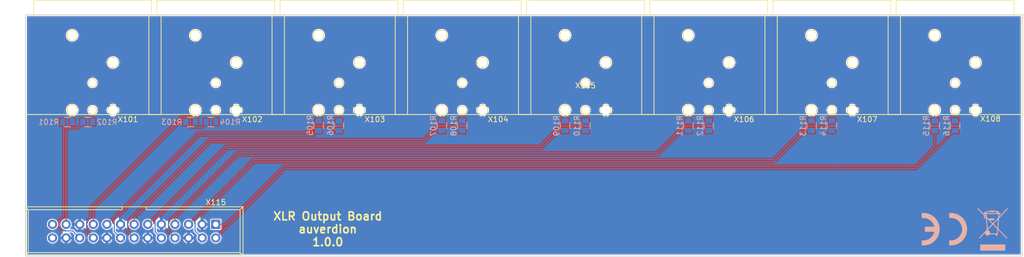
<source format=kicad_pcb>
(kicad_pcb (version 20171130) (host pcbnew "(5.1.0-0)")
  (layers (0 F.Cu signal) (31 B.Cu signal) (34 B.Paste user) (35 F.Paste user) (36 B.SilkS user) (37 F.SilkS user) (38 B.Mask user) (39 F.Mask user) (44 Edge.Cuts user))
  (net 0 "")
  (net 1 "Net-(R101-Pad2)")
  (net 2 "Net-(R102-Pad2)")
  (net 3 "Net-(R103-Pad2)")
  (net 4 "Net-(R104-Pad2)")
  (net 5 "Net-(R105-Pad2)")
  (net 6 "Net-(R106-Pad2)")
  (net 7 "Net-(R107-Pad2)")
  (net 8 "Net-(R108-Pad2)")
  (net 9 "Net-(R109-Pad2)")
  (net 10 "Net-(R110-Pad2)")
  (net 11 "Net-(R111-Pad2)")
  (net 12 "Net-(R112-Pad2)")
  (net 13 "Net-(R113-Pad2)")
  (net 14 "Net-(R114-Pad2)")
  (net 15 "Net-(R115-Pad2)")
  (net 16 "Net-(R116-Pad2)")
  (net 17 GND)
  (net 18 /AOUT1+)
  (net 19 /AOUT1-)
  (net 20 /AOUT2+)
  (net 21 /AOUT2-)
  (net 22 /AOUT3+)
  (net 23 /AOUT3-)
  (net 24 /AOUT4+)
  (net 25 /AOUT4-)
  (net 26 /AOUT5+)
  (net 27 /AOUT5-)
  (net 28 /AOUT6+)
  (net 29 /AOUT6-)
  (net 30 /AOUT7+)
  (net 31 /AOUT7-)
  (net 32 /AOUT8+)
  (net 33 /AOUT8-)
  (module Symbol:CE-Logo_8.5x6mm_SilkScreen (layer B.Cu) (at 179 -50 180)
    (fp_text reference REF** hide)
    (fp_text value CE-Logo_8.5x6mm_SilkScreen hide)
  )
  (module Symbol:WEEE-Logo_5.6x8mm_SilkScreen (layer B.Cu) (at 188 -50 180)
    (fp_text reference REF** hide)
    (fp_text value WEEE-Logo_5.6x8mm_SilkScreen hide)
  )
  (module rklib:NC3MAH (layer F.Cu) (at 20 -90)
    (fp_text reference X101 (at 6.6 19.5) (layer F.SilkS))
    (fp_text value XLR3)
    (pad 4 thru_hole circle (at 0 12.7) (size 1.6 1.6) (drill 1.2) (layers *.Cu *.Mask F.SilkS))
    (pad 5 thru_hole circle (at -3.81 3.81) (size 2 2) (drill 1.6) (layers *.Cu *.Mask F.SilkS))
    (pad 4 thru_hole circle (at 3.81 8.89) (size 2 2) (drill 1.6) (layers *.Cu *.Mask F.SilkS))
    (pad 3 thru_hole circle (at 0 17.78) (size 1.6 1.6) (drill 1.2) (layers *.Cu *.Mask F.SilkS) (net 2 "Net-(R102-Pad2)"))
    (pad 1 thru_hole circle (at 3.81 17.78) (size 2 2) (drill 1.6) (layers *.Cu *.Mask F.SilkS) (net 17 GND))
    (pad 2 thru_hole circle (at -3.81 17.78) (size 2 2) (drill 1.6) (layers *.Cu *.Mask F.SilkS) (net 1 "Net-(R101-Pad2)"))
  )
  (module rklib:NC3MAH (layer F.Cu) (at 43 -90)
    (fp_text reference X102 (at 6.8 19.5) (layer F.SilkS))
    (fp_text value XLR3)
    (pad 4 thru_hole circle (at 0 12.7) (size 1.6 1.6) (drill 1.2) (layers *.Cu *.Mask F.SilkS))
    (pad 5 thru_hole circle (at -3.81 3.81) (size 2 2) (drill 1.6) (layers *.Cu *.Mask F.SilkS))
    (pad 4 thru_hole circle (at 3.81 8.89) (size 2 2) (drill 1.6) (layers *.Cu *.Mask F.SilkS))
    (pad 3 thru_hole circle (at 0 17.78) (size 1.6 1.6) (drill 1.2) (layers *.Cu *.Mask F.SilkS) (net 4 "Net-(R104-Pad2)"))
    (pad 1 thru_hole circle (at 3.81 17.78) (size 2 2) (drill 1.6) (layers *.Cu *.Mask F.SilkS) (net 17 GND))
    (pad 2 thru_hole circle (at -3.81 17.78) (size 2 2) (drill 1.6) (layers *.Cu *.Mask F.SilkS) (net 3 "Net-(R103-Pad2)"))
  )
  (module rklib:NC3MAH (layer F.Cu) (at 66 -90)
    (fp_text reference X103 (at 6.7 19.5) (layer F.SilkS))
    (fp_text value XLR3)
    (pad 4 thru_hole circle (at 0 12.7) (size 1.6 1.6) (drill 1.2) (layers *.Cu *.Mask F.SilkS))
    (pad 5 thru_hole circle (at -3.81 3.81) (size 2 2) (drill 1.6) (layers *.Cu *.Mask F.SilkS))
    (pad 4 thru_hole circle (at 3.81 8.89) (size 2 2) (drill 1.6) (layers *.Cu *.Mask F.SilkS))
    (pad 3 thru_hole circle (at 0 17.78) (size 1.6 1.6) (drill 1.2) (layers *.Cu *.Mask F.SilkS) (net 6 "Net-(R106-Pad2)"))
    (pad 1 thru_hole circle (at 3.81 17.78) (size 2 2) (drill 1.6) (layers *.Cu *.Mask F.SilkS) (net 17 GND))
    (pad 2 thru_hole circle (at -3.81 17.78) (size 2 2) (drill 1.6) (layers *.Cu *.Mask F.SilkS) (net 5 "Net-(R105-Pad2)"))
  )
  (module rklib:NC3MAH (layer F.Cu) (at 89 -90)
    (fp_text reference X104 (at 6.7 19.5) (layer F.SilkS))
    (fp_text value XLR3)
    (pad 4 thru_hole circle (at 0 12.7) (size 1.6 1.6) (drill 1.2) (layers *.Cu *.Mask F.SilkS))
    (pad 5 thru_hole circle (at -3.81 3.81) (size 2 2) (drill 1.6) (layers *.Cu *.Mask F.SilkS))
    (pad 4 thru_hole circle (at 3.81 8.89) (size 2 2) (drill 1.6) (layers *.Cu *.Mask F.SilkS))
    (pad 3 thru_hole circle (at 0 17.78) (size 1.6 1.6) (drill 1.2) (layers *.Cu *.Mask F.SilkS) (net 8 "Net-(R108-Pad2)"))
    (pad 1 thru_hole circle (at 3.81 17.78) (size 2 2) (drill 1.6) (layers *.Cu *.Mask F.SilkS) (net 17 GND))
    (pad 2 thru_hole circle (at -3.81 17.78) (size 2 2) (drill 1.6) (layers *.Cu *.Mask F.SilkS) (net 7 "Net-(R107-Pad2)"))
  )
  (module rklib:NC3MAH (layer F.Cu) (at 112 -90)
    (fp_text reference X105 (at 0 13.2) (layer F.SilkS))
    (fp_text value XLR3)
    (pad 4 thru_hole circle (at 0 12.7) (size 1.6 1.6) (drill 1.2) (layers *.Cu *.Mask F.SilkS))
    (pad 5 thru_hole circle (at -3.81 3.81) (size 2 2) (drill 1.6) (layers *.Cu *.Mask F.SilkS))
    (pad 4 thru_hole circle (at 3.81 8.89) (size 2 2) (drill 1.6) (layers *.Cu *.Mask F.SilkS))
    (pad 3 thru_hole circle (at 0 17.78) (size 1.6 1.6) (drill 1.2) (layers *.Cu *.Mask F.SilkS) (net 10 "Net-(R110-Pad2)"))
    (pad 1 thru_hole circle (at 3.81 17.78) (size 2 2) (drill 1.6) (layers *.Cu *.Mask F.SilkS) (net 17 GND))
    (pad 2 thru_hole circle (at -3.81 17.78) (size 2 2) (drill 1.6) (layers *.Cu *.Mask F.SilkS) (net 9 "Net-(R109-Pad2)"))
  )
  (module rklib:NC3MAH (layer F.Cu) (at 135 -90)
    (fp_text reference X106 (at 6.6 19.5) (layer F.SilkS))
    (fp_text value XLR3)
    (pad 4 thru_hole circle (at 0 12.7) (size 1.6 1.6) (drill 1.2) (layers *.Cu *.Mask F.SilkS))
    (pad 5 thru_hole circle (at -3.81 3.81) (size 2 2) (drill 1.6) (layers *.Cu *.Mask F.SilkS))
    (pad 4 thru_hole circle (at 3.81 8.89) (size 2 2) (drill 1.6) (layers *.Cu *.Mask F.SilkS))
    (pad 3 thru_hole circle (at 0 17.78) (size 1.6 1.6) (drill 1.2) (layers *.Cu *.Mask F.SilkS) (net 12 "Net-(R112-Pad2)"))
    (pad 1 thru_hole circle (at 3.81 17.78) (size 2 2) (drill 1.6) (layers *.Cu *.Mask F.SilkS) (net 17 GND))
    (pad 2 thru_hole circle (at -3.81 17.78) (size 2 2) (drill 1.6) (layers *.Cu *.Mask F.SilkS) (net 11 "Net-(R111-Pad2)"))
  )
  (module rklib:NC3MAH (layer F.Cu) (at 158 -90)
    (fp_text reference X107 (at 6.6 19.5) (layer F.SilkS))
    (fp_text value XLR3)
    (pad 4 thru_hole circle (at 0 12.7) (size 1.6 1.6) (drill 1.2) (layers *.Cu *.Mask F.SilkS))
    (pad 5 thru_hole circle (at -3.81 3.81) (size 2 2) (drill 1.6) (layers *.Cu *.Mask F.SilkS))
    (pad 4 thru_hole circle (at 3.81 8.89) (size 2 2) (drill 1.6) (layers *.Cu *.Mask F.SilkS))
    (pad 3 thru_hole circle (at 0 17.78) (size 1.6 1.6) (drill 1.2) (layers *.Cu *.Mask F.SilkS) (net 14 "Net-(R114-Pad2)"))
    (pad 1 thru_hole circle (at 3.81 17.78) (size 2 2) (drill 1.6) (layers *.Cu *.Mask F.SilkS) (net 17 GND))
    (pad 2 thru_hole circle (at -3.81 17.78) (size 2 2) (drill 1.6) (layers *.Cu *.Mask F.SilkS) (net 13 "Net-(R113-Pad2)"))
  )
  (module rklib:NC3MAH (layer F.Cu) (at 181 -90)
    (fp_text reference X108 (at 6.6 19.4) (layer F.SilkS))
    (fp_text value XLR3)
    (pad 4 thru_hole circle (at 0 12.7) (size 1.6 1.6) (drill 1.2) (layers *.Cu *.Mask F.SilkS))
    (pad 5 thru_hole circle (at -3.81 3.81) (size 2 2) (drill 1.6) (layers *.Cu *.Mask F.SilkS))
    (pad 4 thru_hole circle (at 3.81 8.89) (size 2 2) (drill 1.6) (layers *.Cu *.Mask F.SilkS))
    (pad 3 thru_hole circle (at 0 17.78) (size 1.6 1.6) (drill 1.2) (layers *.Cu *.Mask F.SilkS) (net 16 "Net-(R116-Pad2)"))
    (pad 1 thru_hole circle (at 3.81 17.78) (size 2 2) (drill 1.6) (layers *.Cu *.Mask F.SilkS) (net 17 GND))
    (pad 2 thru_hole circle (at -3.81 17.78) (size 2 2) (drill 1.6) (layers *.Cu *.Mask F.SilkS) (net 15 "Net-(R115-Pad2)"))
  )
  (module rklib:C0805-RES (layer B.Cu) (at 15.3 -70)
    (fp_text reference R101 (at -3.5 0) (layer B.SilkS) (effects (justify mirror)))
    (fp_text value RES_68R0_1%_0.125W_Thin_0805)
    (pad 1 smd rect (at -0.9 0) (size 1 1.3) (layers B.Cu B.Paste B.Mask) (net 18 /AOUT1+))
    (pad 2 smd rect (at 0.9 0) (size 1 1.3) (layers B.Cu B.Paste B.Mask) (net 1 "Net-(R101-Pad2)"))
  )
  (module rklib:C0805-RES (layer B.Cu) (at 19.1 -70)
    (fp_text reference R102 (at 3.6 0) (layer B.SilkS) (effects (justify mirror)))
    (fp_text value RES_68R0_1%_0.125W_Thin_0805)
    (pad 2 smd rect (at 0.9 0) (size 1 1.3) (layers B.Cu B.Paste B.Mask) (net 2 "Net-(R102-Pad2)"))
    (pad 1 smd rect (at -0.9 0) (size 1 1.3) (layers B.Cu B.Paste B.Mask) (net 19 /AOUT1-))
  )
  (module rklib:C0805-RES (layer B.Cu) (at 38.3 -70)
    (fp_text reference R103 (at -3.5 0) (layer B.SilkS) (effects (justify mirror)))
    (fp_text value RES_68R0_1%_0.125W_Thin_0805)
    (pad 1 smd rect (at -0.9 0) (size 1 1.3) (layers B.Cu B.Paste B.Mask) (net 20 /AOUT2+))
    (pad 2 smd rect (at 0.9 0) (size 1 1.3) (layers B.Cu B.Paste B.Mask) (net 3 "Net-(R103-Pad2)"))
  )
  (module rklib:C0805-RES (layer B.Cu) (at 42.1 -70)
    (fp_text reference R104 (at 3.6 0) (layer B.SilkS) (effects (justify mirror)))
    (fp_text value RES_68R0_1%_0.125W_Thin_0805)
    (pad 2 smd rect (at 0.9 0) (size 1 1.3) (layers B.Cu B.Paste B.Mask) (net 4 "Net-(R104-Pad2)"))
    (pad 1 smd rect (at -0.9 0) (size 1 1.3) (layers B.Cu B.Paste B.Mask) (net 21 /AOUT2-))
  )
  (module rklib:C0805-RES (layer B.Cu) (at 62.2 -69.3 90)
    (fp_text reference R105 (at 0.1 -1.6 90) (layer B.SilkS) (effects (justify mirror)))
    (fp_text value RES_68R0_1%_0.125W_Thin_0805)
    (pad 1 smd rect (at -0.9 0 90) (size 1 1.3) (layers B.Cu B.Paste B.Mask) (net 22 /AOUT3+))
    (pad 2 smd rect (at 0.9 0 90) (size 1 1.3) (layers B.Cu B.Paste B.Mask) (net 5 "Net-(R105-Pad2)"))
  )
  (module rklib:C0805-RES (layer B.Cu) (at 66 -69.3 90)
    (fp_text reference R106 (at 0.1 -1.6 90) (layer B.SilkS) (effects (justify mirror)))
    (fp_text value RES_68R0_1%_0.125W_Thin_0805)
    (pad 2 smd rect (at 0.9 0 90) (size 1 1.3) (layers B.Cu B.Paste B.Mask) (net 6 "Net-(R106-Pad2)"))
    (pad 1 smd rect (at -0.9 0 90) (size 1 1.3) (layers B.Cu B.Paste B.Mask) (net 23 /AOUT3-))
  )
  (module rklib:C0805-RES (layer B.Cu) (at 85.2 -69.3 90)
    (fp_text reference R107 (at 0 -1.6 90) (layer B.SilkS) (effects (justify mirror)))
    (fp_text value RES_68R0_1%_0.125W_Thin_0805)
    (pad 1 smd rect (at -0.9 0 90) (size 1 1.3) (layers B.Cu B.Paste B.Mask) (net 24 /AOUT4+))
    (pad 2 smd rect (at 0.9 0 90) (size 1 1.3) (layers B.Cu B.Paste B.Mask) (net 7 "Net-(R107-Pad2)"))
  )
  (module rklib:C0805-RES (layer B.Cu) (at 89 -69.3 90)
    (fp_text reference R108 (at 0 -1.6 90) (layer B.SilkS) (effects (justify mirror)))
    (fp_text value RES_68R0_1%_0.125W_Thin_0805)
    (pad 2 smd rect (at 0.9 0 90) (size 1 1.3) (layers B.Cu B.Paste B.Mask) (net 8 "Net-(R108-Pad2)"))
    (pad 1 smd rect (at -0.9 0 90) (size 1 1.3) (layers B.Cu B.Paste B.Mask) (net 25 /AOUT4-))
  )
  (module rklib:C0805-RES (layer B.Cu) (at 108.2 -69.3 90)
    (fp_text reference R109 (at 0 -1.6 90) (layer B.SilkS) (effects (justify mirror)))
    (fp_text value RES_68R0_1%_0.125W_Thin_0805)
    (pad 1 smd rect (at -0.9 0 90) (size 1 1.3) (layers B.Cu B.Paste B.Mask) (net 26 /AOUT5+))
    (pad 2 smd rect (at 0.9 0 90) (size 1 1.3) (layers B.Cu B.Paste B.Mask) (net 9 "Net-(R109-Pad2)"))
  )
  (module rklib:C0805-RES (layer B.Cu) (at 112 -69.3 90)
    (fp_text reference R110 (at 0 -1.6 90) (layer B.SilkS) (effects (justify mirror)))
    (fp_text value RES_68R0_1%_0.125W_Thin_0805)
    (pad 2 smd rect (at 0.9 0 90) (size 1 1.3) (layers B.Cu B.Paste B.Mask) (net 10 "Net-(R110-Pad2)"))
    (pad 1 smd rect (at -0.9 0 90) (size 1 1.3) (layers B.Cu B.Paste B.Mask) (net 27 /AOUT5-))
  )
  (module rklib:C0805-RES (layer B.Cu) (at 131.2 -69.3 90)
    (fp_text reference R111 (at 0 -1.6 90) (layer B.SilkS) (effects (justify mirror)))
    (fp_text value RES_68R0_1%_0.125W_Thin_0805)
    (pad 1 smd rect (at -0.9 0 90) (size 1 1.3) (layers B.Cu B.Paste B.Mask) (net 28 /AOUT6+))
    (pad 2 smd rect (at 0.9 0 90) (size 1 1.3) (layers B.Cu B.Paste B.Mask) (net 11 "Net-(R111-Pad2)"))
  )
  (module rklib:C0805-RES (layer B.Cu) (at 135 -69.3 90)
    (fp_text reference R112 (at 0 -1.6 90) (layer B.SilkS) (effects (justify mirror)))
    (fp_text value RES_68R0_1%_0.125W_Thin_0805)
    (pad 2 smd rect (at 0.9 0 90) (size 1 1.3) (layers B.Cu B.Paste B.Mask) (net 12 "Net-(R112-Pad2)"))
    (pad 1 smd rect (at -0.9 0 90) (size 1 1.3) (layers B.Cu B.Paste B.Mask) (net 29 /AOUT6-))
  )
  (module rklib:C0805-RES (layer B.Cu) (at 154.2 -69.3 90)
    (fp_text reference R113 (at 0 -1.6 90) (layer B.SilkS) (effects (justify mirror)))
    (fp_text value RES_68R0_1%_0.125W_Thin_0805)
    (pad 1 smd rect (at -0.9 0 90) (size 1 1.3) (layers B.Cu B.Paste B.Mask) (net 30 /AOUT7+))
    (pad 2 smd rect (at 0.9 0 90) (size 1 1.3) (layers B.Cu B.Paste B.Mask) (net 13 "Net-(R113-Pad2)"))
  )
  (module rklib:C0805-RES (layer B.Cu) (at 158 -69.3 90)
    (fp_text reference R114 (at 0 -1.6 90) (layer B.SilkS) (effects (justify mirror)))
    (fp_text value RES_68R0_1%_0.125W_Thin_0805)
    (pad 2 smd rect (at 0.9 0 90) (size 1 1.3) (layers B.Cu B.Paste B.Mask) (net 14 "Net-(R114-Pad2)"))
    (pad 1 smd rect (at -0.9 0 90) (size 1 1.3) (layers B.Cu B.Paste B.Mask) (net 31 /AOUT7-))
  )
  (module rklib:C0805-RES (layer B.Cu) (at 177.2 -69.3 90)
    (fp_text reference R115 (at 0 -1.6 90) (layer B.SilkS) (effects (justify mirror)))
    (fp_text value RES_68R0_1%_0.125W_Thin_0805)
    (pad 1 smd rect (at -0.9 0 90) (size 1 1.3) (layers B.Cu B.Paste B.Mask) (net 32 /AOUT8+))
    (pad 2 smd rect (at 0.9 0 90) (size 1 1.3) (layers B.Cu B.Paste B.Mask) (net 15 "Net-(R115-Pad2)"))
  )
  (module rklib:C0805-RES (layer B.Cu) (at 181 -69.3 90)
    (fp_text reference R116 (at 0 -1.6 90) (layer B.SilkS) (effects (justify mirror)))
    (fp_text value RES_68R0_1%_0.125W_Thin_0805)
    (pad 2 smd rect (at 0.9 0 90) (size 1 1.3) (layers B.Cu B.Paste B.Mask) (net 16 "Net-(R116-Pad2)"))
    (pad 1 smd rect (at -0.9 0 90) (size 1 1.3) (layers B.Cu B.Paste B.Mask) (net 33 /AOUT8-))
  )
  (module rklib:IDC26 (layer F.Cu) (at 43 -50.9 180)
    (fp_text reference X115 (at 0 4.1 180) (layer F.SilkS))
    (fp_text value CON_IDC26)
    (pad 1 thru_hole rect (at 0 0 180) (size 1.7272 1.7272) (drill 1.016) (layers *.Cu *.Mask) (net 32 /AOUT8+))
    (pad 2 thru_hole oval (at 0 -2.54 180) (size 1.7272 1.7272) (drill 1.016) (layers *.Cu *.Mask) (net 33 /AOUT8-))
    (pad 3 thru_hole oval (at 2.54 0 180) (size 1.7272 1.7272) (drill 1.016) (layers *.Cu *.Mask) (net 17 GND))
    (pad 4 thru_hole oval (at 2.54 -2.54 180) (size 1.7272 1.7272) (drill 1.016) (layers *.Cu *.Mask) (net 30 /AOUT7+))
    (pad 5 thru_hole oval (at 5.08 0 180) (size 1.7272 1.7272) (drill 1.016) (layers *.Cu *.Mask) (net 31 /AOUT7-))
    (pad 6 thru_hole oval (at 5.08 -2.54 180) (size 1.7272 1.7272) (drill 1.016) (layers *.Cu *.Mask) (net 17 GND))
    (pad 7 thru_hole oval (at 7.62 0 180) (size 1.7272 1.7272) (drill 1.016) (layers *.Cu *.Mask) (net 28 /AOUT6+))
    (pad 8 thru_hole oval (at 7.62 -2.54 180) (size 1.7272 1.7272) (drill 1.016) (layers *.Cu *.Mask) (net 29 /AOUT6-))
    (pad 9 thru_hole oval (at 10.16 0 180) (size 1.7272 1.7272) (drill 1.016) (layers *.Cu *.Mask) (net 17 GND))
    (pad 10 thru_hole oval (at 10.16 -2.54 180) (size 1.7272 1.7272) (drill 1.016) (layers *.Cu *.Mask) (net 26 /AOUT5+))
    (pad 11 thru_hole oval (at 12.7 0 180) (size 1.7272 1.7272) (drill 1.016) (layers *.Cu *.Mask) (net 27 /AOUT5-))
    (pad 12 thru_hole oval (at 12.7 -2.54 180) (size 1.7272 1.7272) (drill 1.016) (layers *.Cu *.Mask) (net 17 GND))
    (pad 13 thru_hole oval (at 15.24 0 180) (size 1.7272 1.7272) (drill 1.016) (layers *.Cu *.Mask) (net 24 /AOUT4+))
    (pad 14 thru_hole oval (at 15.24 -2.54 180) (size 1.7272 1.7272) (drill 1.016) (layers *.Cu *.Mask) (net 25 /AOUT4-))
    (pad 15 thru_hole oval (at 17.78 0 180) (size 1.7272 1.7272) (drill 1.016) (layers *.Cu *.Mask) (net 17 GND))
    (pad 16 thru_hole oval (at 17.78 -2.54 180) (size 1.7272 1.7272) (drill 1.016) (layers *.Cu *.Mask) (net 22 /AOUT3+))
    (pad 17 thru_hole oval (at 20.32 0 180) (size 1.7272 1.7272) (drill 1.016) (layers *.Cu *.Mask) (net 23 /AOUT3-))
    (pad 18 thru_hole oval (at 20.32 -2.54 180) (size 1.7272 1.7272) (drill 1.016) (layers *.Cu *.Mask) (net 17 GND))
    (pad 19 thru_hole oval (at 22.86 0 180) (size 1.7272 1.7272) (drill 1.016) (layers *.Cu *.Mask) (net 20 /AOUT2+))
    (pad 20 thru_hole oval (at 22.86 -2.54 180) (size 1.7272 1.7272) (drill 1.016) (layers *.Cu *.Mask) (net 21 /AOUT2-))
    (pad 21 thru_hole oval (at 25.4 0 180) (size 1.7272 1.7272) (drill 1.016) (layers *.Cu *.Mask) (net 17 GND))
    (pad 22 thru_hole oval (at 25.4 -2.54 180) (size 1.7272 1.7272) (drill 1.016) (layers *.Cu *.Mask) (net 18 /AOUT1+))
    (pad 23 thru_hole oval (at 27.94 0 180) (size 1.7272 1.7272) (drill 1.016) (layers *.Cu *.Mask) (net 19 /AOUT1-))
    (pad 24 thru_hole oval (at 27.94 -2.54 180) (size 1.7272 1.7272) (drill 1.016) (layers *.Cu *.Mask) (net 17 GND))
    (pad 25 thru_hole oval (at 30.48 0 180) (size 1.7272 1.7272) (drill 1.016) (layers *.Cu *.Mask))
    (pad 26 thru_hole oval (at 30.48 -2.54 180) (size 1.7272 1.7272) (drill 1.016) (layers *.Cu *.Mask))
  )
  (gr_text "XLR Output Board\nauverdion\n1.0.0" (at 63.9 -50) (layer F.SilkS) (effects (font (size 1.5 1.5) (thickness 0.3))))
  (gr_line (start 7.5 -45) (end 7.5 -90) (layer Edge.Cuts) (width 0.15))
  (gr_line (start 193.5 -45) (end 7.5 -45) (layer Edge.Cuts) (width 0.15))
  (gr_line (start 193.5 -90) (end 193.5 -45) (layer Edge.Cuts) (width 0.15))
  (gr_line (start 7.5 -90) (end 193.5 -90) (layer Edge.Cuts) (width 0.15))
  (segment (start 16.19 -70.86) (end 16.19 -72.22) (width 0.2) (layer B.Cu) (net 1))
  (segment (start 16.2 -70.85) (end 16.19 -70.86) (width 0.2) (layer B.Cu) (net 1))
  (segment (start 16.2 -70) (end 16.2 -70.85) (width 0.2) (layer B.Cu) (net 1))
  (segment (start 20 -70) (end 20 -72.22) (width 0.2) (layer B.Cu) (net 2))
  (segment (start 39.2 -72.21) (end 39.19 -72.22) (width 0.2) (layer B.Cu) (net 3))
  (segment (start 39.2 -70) (end 39.2 -72.21) (width 0.2) (layer B.Cu) (net 3))
  (segment (start 43 -70) (end 43 -72.22) (width 0.2) (layer B.Cu) (net 4))
  (segment (start 62.2 -72.21) (end 62.19 -72.22) (width 0.2) (layer B.Cu) (net 5))
  (segment (start 62.2 -70) (end 62.2 -72.21) (width 0.2) (layer B.Cu) (net 5))
  (segment (start 66 -70.85) (end 66 -72.22) (width 0.2) (layer B.Cu) (net 6))
  (segment (start 66 -70) (end 66 -70.85) (width 0.2) (layer B.Cu) (net 6))
  (segment (start 85.2 -72.21) (end 85.19 -72.22) (width 0.2) (layer B.Cu) (net 7))
  (segment (start 85.2 -70) (end 85.2 -72.21) (width 0.2) (layer B.Cu) (net 7))
  (segment (start 89 -70) (end 89 -72.22) (width 0.2) (layer B.Cu) (net 8))
  (segment (start 108.2 -72.21) (end 108.19 -72.22) (width 0.2) (layer B.Cu) (net 9))
  (segment (start 108.2 -70) (end 108.2 -72.21) (width 0.2) (layer B.Cu) (net 9))
  (segment (start 112 -70) (end 112 -72.22) (width 0.2) (layer B.Cu) (net 10))
  (segment (start 131.19 -70.86) (end 131.19 -72.22) (width 0.2) (layer B.Cu) (net 11))
  (segment (start 131.2 -70.85) (end 131.19 -70.86) (width 0.2) (layer B.Cu) (net 11))
  (segment (start 131.2 -70) (end 131.2 -70.85) (width 0.2) (layer B.Cu) (net 11))
  (segment (start 135 -70) (end 135 -72.22) (width 0.2) (layer B.Cu) (net 12))
  (segment (start 154.19 -70.86) (end 154.19 -72.22) (width 0.2) (layer B.Cu) (net 13))
  (segment (start 154.2 -70.85) (end 154.19 -70.86) (width 0.2) (layer B.Cu) (net 13))
  (segment (start 154.2 -70) (end 154.2 -70.85) (width 0.2) (layer B.Cu) (net 13))
  (segment (start 158 -70.15) (end 158 -72.22) (width 0.2) (layer B.Cu) (net 14))
  (segment (start 158 -70) (end 158 -70.15) (width 0.2) (layer B.Cu) (net 14))
  (segment (start 177.2 -72.21) (end 177.19 -72.22) (width 0.2) (layer B.Cu) (net 15))
  (segment (start 177.2 -70) (end 177.2 -72.21) (width 0.2) (layer B.Cu) (net 15))
  (segment (start 181 -70) (end 181 -72.22) (width 0.2) (layer B.Cu) (net 16))
  (segment (start 69.81 -70.519998) (end 66.43997 -67.149968) (width 0.2) (layer B.Cu) (net 17))
  (segment (start 69.81 -72.22) (end 69.81 -70.519998) (width 0.2) (layer B.Cu) (net 17))
  (segment (start 92.81 -70.519998) (end 88.18994 -65.899938) (width 0.2) (layer B.Cu) (net 17))
  (segment (start 92.81 -72.22) (end 92.81 -70.519998) (width 0.2) (layer B.Cu) (net 17))
  (segment (start 115.81 -70.805787) (end 115.81 -72.22) (width 0.2) (layer B.Cu) (net 17))
  (segment (start 115.81 -70.519998) (end 115.81 -70.805787) (width 0.2) (layer B.Cu) (net 17))
  (segment (start 109.93991 -64.649908) (end 115.81 -70.519998) (width 0.2) (layer B.Cu) (net 17))
  (segment (start 161.81 -70.805787) (end 161.81 -72.22) (width 0.2) (layer B.Cu) (net 17))
  (segment (start 161.81 -70.519998) (end 161.81 -70.805787) (width 0.2) (layer B.Cu) (net 17))
  (segment (start 153.43985 -62.149848) (end 161.81 -70.519998) (width 0.2) (layer B.Cu) (net 17))
  (segment (start 14.6 -69.8) (end 14.4 -70) (width 0.2) (layer B.Cu) (net 18))
  (segment (start 14.477471 -49.686399) (end 13.8 -50.36387) (width 0.2) (layer B.Cu) (net 18))
  (segment (start 13.8 -51.6) (end 14.6 -52.4) (width 0.2) (layer B.Cu) (net 18))
  (segment (start 13.8 -50.36387) (end 13.8 -51.6) (width 0.2) (layer B.Cu) (net 18))
  (segment (start 14.6 -52.4) (end 14.6 -69.8) (width 0.2) (layer B.Cu) (net 18))
  (segment (start 16.273601 -49.686399) (end 14.477471 -49.686399) (width 0.2) (layer B.Cu) (net 18))
  (segment (start 17.6 -48.36) (end 16.273601 -49.686399) (width 0.2) (layer B.Cu) (net 18))
  (segment (start 17.25 -68.9) (end 18.2 -69.85) (width 0.2) (layer B.Cu) (net 19))
  (segment (start 15.7 -68.9) (end 17.25 -68.9) (width 0.2) (layer B.Cu) (net 19))
  (segment (start 15.06 -68.26) (end 15.7 -68.9) (width 0.2) (layer B.Cu) (net 19))
  (segment (start 18.2 -69.85) (end 18.2 -70) (width 0.2) (layer B.Cu) (net 19))
  (segment (start 15.06 -60.3) (end 15.06 -68.26) (width 0.2) (layer B.Cu) (net 19))
  (segment (start 15.06 -60.2) (end 15.06 -60.3) (width 0.2) (layer B.Cu) (net 19))
  (segment (start 15.06 -53.7) (end 15.06 -60.3) (width 0.2) (layer B.Cu) (net 19))
  (segment (start 15.06 -50.9) (end 15.06 -53.7) (width 0.2) (layer B.Cu) (net 19))
  (segment (start 20.14 -50.9) (end 20.14 -53.883592) (width 0.2) (layer B.Cu) (net 20))
  (segment (start 36.256408 -70) (end 37.4 -70) (width 0.2) (layer B.Cu) (net 20))
  (segment (start 20.14 -53.883592) (end 36.256408 -70) (width 0.2) (layer B.Cu) (net 20))
  (segment (start 38.459999 -69.049999) (end 40.399999 -69.049999) (width 0.2) (layer B.Cu) (net 21))
  (segment (start 19.6 -52.15613) (end 19.6 -53.980002) (width 0.2) (layer B.Cu) (net 21))
  (segment (start 38.250001 -69.259997) (end 38.459999 -69.049999) (width 0.2) (layer B.Cu) (net 21))
  (segment (start 20.14 -48.36) (end 18.9 -49.6) (width 0.2) (layer B.Cu) (net 21))
  (segment (start 38.250001 -70.930001) (end 38.250001 -69.259997) (width 0.2) (layer B.Cu) (net 21))
  (segment (start 38.180001 -71.000001) (end 38.250001 -70.930001) (width 0.2) (layer B.Cu) (net 21))
  (segment (start 36.619999 -71.000001) (end 38.180001 -71.000001) (width 0.2) (layer B.Cu) (net 21))
  (segment (start 41.2 -69.85) (end 41.2 -70) (width 0.2) (layer B.Cu) (net 21))
  (segment (start 40.399999 -69.049999) (end 41.2 -69.85) (width 0.2) (layer B.Cu) (net 21))
  (segment (start 19.6 -53.980002) (end 36.619999 -71.000001) (width 0.2) (layer B.Cu) (net 21))
  (segment (start 18.9 -51.45613) (end 19.6 -52.15613) (width 0.2) (layer B.Cu) (net 21))
  (segment (start 18.9 -49.6) (end 18.9 -51.45613) (width 0.2) (layer B.Cu) (net 21))
  (segment (start 24.056399 -51.639989) (end 39.966388 -67.549978) (width 0.2) (layer B.Cu) (net 22))
  (segment (start 61.249978 -67.549978) (end 62.1 -68.4) (width 0.2) (layer B.Cu) (net 22))
  (segment (start 62.1 -68.4) (end 62.2 -68.4) (width 0.2) (layer B.Cu) (net 22))
  (segment (start 39.966388 -67.549978) (end 61.249978 -67.549978) (width 0.2) (layer B.Cu) (net 22))
  (segment (start 24.056399 -49.523601) (end 24.056399 -51.639989) (width 0.2) (layer B.Cu) (net 22))
  (segment (start 25.22 -48.36) (end 24.056399 -49.523601) (width 0.2) (layer B.Cu) (net 22))
  (segment (start 65.15 -68.4) (end 66 -68.4) (width 0.2) (layer B.Cu) (net 23))
  (segment (start 64.299999 -69.250001) (end 65.15 -68.4) (width 0.2) (layer B.Cu) (net 23))
  (segment (start 61.1 -69.250001) (end 64.299999 -69.250001) (width 0.2) (layer B.Cu) (net 23))
  (segment (start 59.849987 -67.999988) (end 61.1 -69.250001) (width 0.2) (layer B.Cu) (net 23))
  (segment (start 22.68 -50.9) (end 39.779988 -67.999988) (width 0.2) (layer B.Cu) (net 23))
  (segment (start 41.2 -67.999988) (end 59.849987 -67.999988) (width 0.2) (layer B.Cu) (net 23))
  (segment (start 39.779988 -67.999988) (end 41.2 -67.999988) (width 0.2) (layer B.Cu) (net 23))
  (segment (start 85.2 -68.4) (end 85.05 -68.4) (width 0.2) (layer B.Cu) (net 24))
  (segment (start 84.056408 -68.4) (end 85.2 -68.4) (width 0.2) (layer B.Cu) (net 24))
  (segment (start 81.956357 -66.299949) (end 84.056408 -68.4) (width 0.2) (layer B.Cu) (net 24))
  (segment (start 42.000228 -66.299948) (end 81.956357 -66.299949) (width 0.2) (layer B.Cu) (net 24))
  (segment (start 27.76 -52.05972) (end 42.000228 -66.299948) (width 0.2) (layer B.Cu) (net 24))
  (segment (start 27.76 -50.9) (end 27.76 -52.05972) (width 0.2) (layer B.Cu) (net 24))
  (segment (start 89 -68.4) (end 88.85 -68.4) (width 0.2) (layer B.Cu) (net 25))
  (segment (start 84.319998 -69.3) (end 81.769956 -66.749958) (width 0.2) (layer B.Cu) (net 25))
  (segment (start 87.9 -69.3) (end 84.319998 -69.3) (width 0.2) (layer B.Cu) (net 25))
  (segment (start 88.8 -68.4) (end 87.9 -69.3) (width 0.2) (layer B.Cu) (net 25))
  (segment (start 89 -68.4) (end 88.8 -68.4) (width 0.2) (layer B.Cu) (net 25))
  (segment (start 41.813828 -66.749958) (end 42.6 -66.749958) (width 0.2) (layer B.Cu) (net 25))
  (segment (start 26.546399 -51.482529) (end 41.813828 -66.749958) (width 0.2) (layer B.Cu) (net 25))
  (segment (start 27.76 -48.36) (end 26.546399 -49.573601) (width 0.2) (layer B.Cu) (net 25))
  (segment (start 26.546399 -49.573601) (end 26.546399 -51.482529) (width 0.2) (layer B.Cu) (net 25))
  (segment (start 81.769956 -66.749958) (end 42.6 -66.749958) (width 0.2) (layer B.Cu) (net 25))
  (segment (start 108.2 -68.4) (end 107.056408 -68.4) (width 0.2) (layer B.Cu) (net 26))
  (segment (start 103.706326 -65.049918) (end 101 -65.049918) (width 0.2) (layer B.Cu) (net 26))
  (segment (start 101 -65.049918) (end 101.250082 -65.049918) (width 0.2) (layer B.Cu) (net 26))
  (segment (start 107.056408 -68.4) (end 103.706326 -65.049918) (width 0.2) (layer B.Cu) (net 26))
  (segment (start 46.1 -65.049918) (end 101 -65.049918) (width 0.2) (layer B.Cu) (net 26))
  (segment (start 45.086328 -65.049918) (end 46.1 -65.049918) (width 0.2) (layer B.Cu) (net 26))
  (segment (start 31.676399 -51.639989) (end 45.086328 -65.049918) (width 0.2) (layer B.Cu) (net 26))
  (segment (start 31.676399 -49.523601) (end 31.676399 -51.639989) (width 0.2) (layer B.Cu) (net 26))
  (segment (start 32.84 -48.36) (end 31.676399 -49.523601) (width 0.2) (layer B.Cu) (net 26))
  (segment (start 111.85 -68.4) (end 110.95 -69.3) (width 0.2) (layer B.Cu) (net 27))
  (segment (start 112 -68.4) (end 111.85 -68.4) (width 0.2) (layer B.Cu) (net 27))
  (segment (start 107.319998 -69.3) (end 103.519926 -65.499928) (width 0.2) (layer B.Cu) (net 27))
  (segment (start 110.95 -69.3) (end 107.319998 -69.3) (width 0.2) (layer B.Cu) (net 27))
  (segment (start 103.519926 -65.499928) (end 102 -65.499928) (width 0.2) (layer B.Cu) (net 27))
  (segment (start 44.899928 -65.499928) (end 30.3 -50.9) (width 0.2) (layer B.Cu) (net 27))
  (segment (start 46.7 -65.499928) (end 44.899928 -65.499928) (width 0.2) (layer B.Cu) (net 27))
  (segment (start 46.7 -65.499928) (end 102 -65.499928) (width 0.2) (layer B.Cu) (net 27))
  (segment (start 130.056408 -68.4) (end 131.2 -68.4) (width 0.2) (layer B.Cu) (net 28))
  (segment (start 125.456296 -63.799888) (end 130.056408 -68.4) (width 0.2) (layer B.Cu) (net 28))
  (segment (start 47.120168 -63.799888) (end 125.456296 -63.799888) (width 0.2) (layer B.Cu) (net 28))
  (segment (start 35.38 -52.05972) (end 47.120168 -63.799888) (width 0.2) (layer B.Cu) (net 28))
  (segment (start 35.38 -50.9) (end 35.38 -52.05972) (width 0.2) (layer B.Cu) (net 28))
  (segment (start 134.85 -68.4) (end 133.95 -69.3) (width 0.2) (layer B.Cu) (net 29))
  (segment (start 135 -68.4) (end 134.85 -68.4) (width 0.2) (layer B.Cu) (net 29))
  (segment (start 130.319998 -69.3) (end 125.269896 -64.249898) (width 0.2) (layer B.Cu) (net 29))
  (segment (start 125.269896 -64.249898) (end 124 -64.249898) (width 0.2) (layer B.Cu) (net 29))
  (segment (start 133.95 -69.3) (end 130.319998 -69.3) (width 0.2) (layer B.Cu) (net 29))
  (segment (start 46.933768 -64.249898) (end 47.4 -64.249898) (width 0.2) (layer B.Cu) (net 29))
  (segment (start 34.166399 -49.573601) (end 34.166399 -51.482529) (width 0.2) (layer B.Cu) (net 29))
  (segment (start 35.38 -48.36) (end 34.166399 -49.573601) (width 0.2) (layer B.Cu) (net 29))
  (segment (start 47.4 -64.249898) (end 124 -64.249898) (width 0.2) (layer B.Cu) (net 29))
  (segment (start 34.166399 -51.482529) (end 46.933768 -64.249898) (width 0.2) (layer B.Cu) (net 29))
  (segment (start 153.056408 -68.4) (end 154.2 -68.4) (width 0.2) (layer B.Cu) (net 30))
  (segment (start 147.206267 -62.549859) (end 147.5 -62.843592) (width 0.2) (layer B.Cu) (net 30))
  (segment (start 147.5 -62.843592) (end 153.056408 -68.4) (width 0.2) (layer B.Cu) (net 30))
  (segment (start 147.206266 -62.549858) (end 147.5 -62.843592) (width 0.2) (layer B.Cu) (net 30))
  (segment (start 39.133601 -51.477191) (end 50.206268 -62.549858) (width 0.2) (layer B.Cu) (net 30))
  (segment (start 50.206268 -62.549858) (end 147.206266 -62.549858) (width 0.2) (layer B.Cu) (net 30))
  (segment (start 39.133601 -49.686399) (end 39.133601 -51.477191) (width 0.2) (layer B.Cu) (net 30))
  (segment (start 40.46 -48.36) (end 39.133601 -49.686399) (width 0.2) (layer B.Cu) (net 30))
  (segment (start 147.019866 -62.999868) (end 151.519998 -67.5) (width 0.2) (layer B.Cu) (net 31))
  (segment (start 139.4 -62.999868) (end 147.019866 -62.999868) (width 0.2) (layer B.Cu) (net 31))
  (segment (start 139.4 -62.999868) (end 139.500132 -62.999868) (width 0.2) (layer B.Cu) (net 31))
  (segment (start 151.519998 -67.5) (end 150.7 -66.680002) (width 0.2) (layer B.Cu) (net 31))
  (segment (start 153.269999 -69.250001) (end 151.519998 -67.5) (width 0.2) (layer B.Cu) (net 31))
  (segment (start 156.999999 -69.250001) (end 153.269999 -69.250001) (width 0.2) (layer B.Cu) (net 31))
  (segment (start 157.85 -68.4) (end 156.999999 -69.250001) (width 0.2) (layer B.Cu) (net 31))
  (segment (start 158 -68.4) (end 157.85 -68.4) (width 0.2) (layer B.Cu) (net 31))
  (segment (start 50.019868 -62.999868) (end 50.3 -62.999868) (width 0.2) (layer B.Cu) (net 31))
  (segment (start 37.92 -50.9) (end 50.019868 -62.999868) (width 0.2) (layer B.Cu) (net 31))
  (segment (start 50.3 -62.999868) (end 139.4 -62.999868) (width 0.2) (layer B.Cu) (net 31))
  (segment (start 173.549838 -61.749838) (end 177.2 -65.4) (width 0.2) (layer B.Cu) (net 32))
  (segment (start 55.749838 -61.749838) (end 173.549838 -61.749838) (width 0.2) (layer B.Cu) (net 32))
  (segment (start 177.2 -65.4) (end 177.2 -68.4) (width 0.2) (layer B.Cu) (net 32))
  (segment (start 44.9 -50.9) (end 55.749838 -61.749838) (width 0.2) (layer B.Cu) (net 32))
  (segment (start 43 -50.9) (end 44.9 -50.9) (width 0.2) (layer B.Cu) (net 32))
  (segment (start 159.3 -61.299828) (end 159.400172 -61.299828) (width 0.2) (layer B.Cu) (net 33))
  (segment (start 173.749828 -61.299828) (end 171.8 -61.299828) (width 0.2) (layer B.Cu) (net 33))
  (segment (start 180.85 -68.4) (end 173.749828 -61.299828) (width 0.2) (layer B.Cu) (net 33))
  (segment (start 181 -68.4) (end 180.85 -68.4) (width 0.2) (layer B.Cu) (net 33))
  (segment (start 159.3 -61.299828) (end 171.8 -61.299828) (width 0.2) (layer B.Cu) (net 33))
  (segment (start 55.939828 -61.299828) (end 56.4 -61.299828) (width 0.2) (layer B.Cu) (net 33))
  (segment (start 43 -48.36) (end 55.939828 -61.299828) (width 0.2) (layer B.Cu) (net 33))
  (segment (start 56.4 -61.299828) (end 159.3 -61.299828) (width 0.2) (layer B.Cu) (net 33))
  (zone (net 17) (net_name GND) (layer F.Cu) (connect_pads thru_hole_only (clearance 0.2)) (min_thickness 0.2) (fill yes (arc_segments 16) (thermal_gap 0.508) (thermal_bridge_width 0.508))
    (polygon (pts (xy 7.5 -90) (xy 193.5 -90) (xy 193.5 -45) (xy 7.5 -45)))
  )
  (zone (net 17) (net_name GND) (layer B.Cu) (connect_pads thru_hole_only (clearance 0.2)) (min_thickness 0.18) (fill yes (arc_segments 16) (thermal_gap 0.2) (thermal_bridge_width 0.508))
    (polygon (pts (xy 7.5 -90) (xy 193.5 -90) (xy 193.5 -45) (xy 7.5 -45)))
  )
)
</source>
